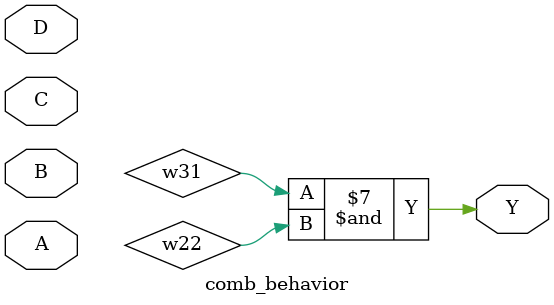
<source format=v>
module comb_behavior(output reg Y, input A, B, C, D);

    reg r11;
    reg r21, r22;
    reg r31;

    always @(*) begin
        r11 = ~D;
        r21 = A | D;
        r22 = B & C & r11;
        r31 = ~r21;
        Y = w31 & w22;
    end

endmodule
</source>
